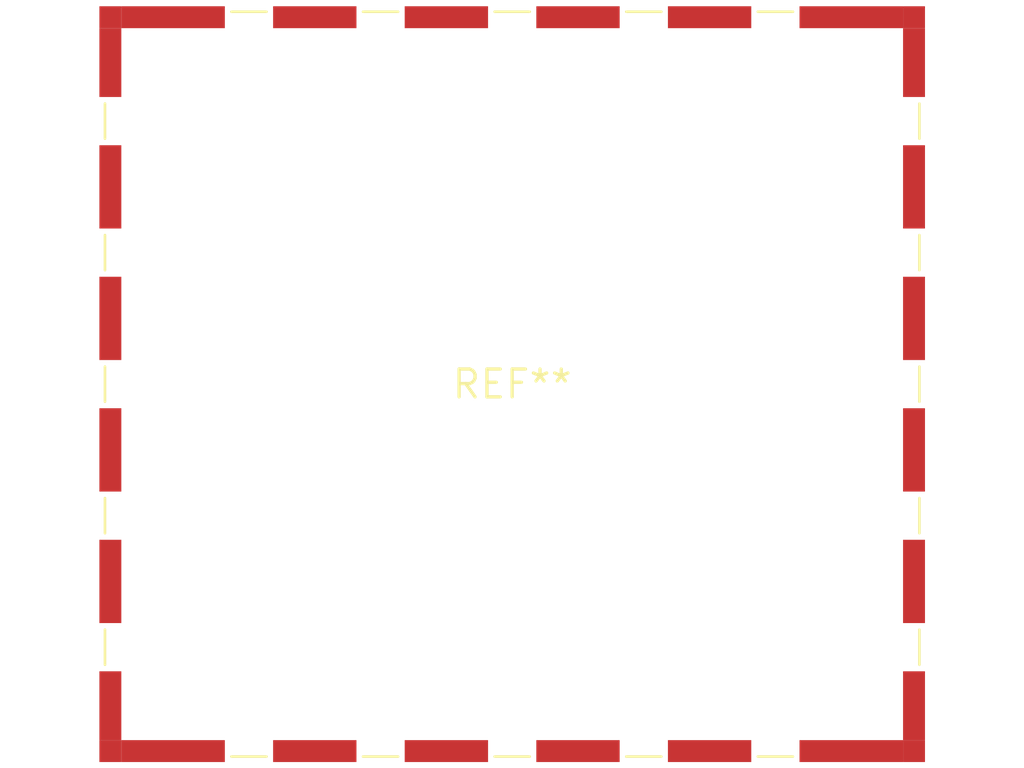
<source format=kicad_pcb>
(kicad_pcb (version 20240108) (generator pcbnew)
  (layers (0 "F.Cu" signal) (31 "B.Cu" signal) (34 "B.Paste" user) (35 "F.Paste" user) (36 "B.SilkS" user "B.Silkscreen") (37 "F.SilkS" user "F.Silkscreen") (38 "B.Mask" user) (39 "F.Mask" user) (44 "Edge.Cuts" user))
  (net 0 "")
  (footprint "Laird_Technologies_BMI-S-106_36.83x33.68mm" (layer "F.Cu") (at 0 0)
    (property "Reference" "REF**")
    (property "Value" "Laird_Technologies_BMI-S-106_36.83x33.68mm")
    (fp_line (start -18.565 -12.8) (end -18.565 -11.2) (layer "F.SilkS") (stroke (width 0.12)))
    (fp_line (start -18.565 -6.8) (end -18.565 -5.2) (layer "F.SilkS") (stroke (width 0.12)))
    (fp_line (start -18.565 -0.8) (end -18.565 0.8) (layer "F.SilkS") (stroke (width 0.12)))
    (fp_line (start -18.565 5.2) (end -18.565 6.8) (layer "F.SilkS") (stroke (width 0.12)))
    (fp_line (start -18.565 11.2) (end -18.565 12.8) (layer "F.SilkS") (stroke (width 0.12)))
    (fp_line (start -12.8 -16.99) (end -11.2 -16.99) (layer "F.SilkS") (stroke (width 0.12)))
    (fp_line (start -12.8 16.99) (end -11.2 16.99) (layer "F.SilkS") (stroke (width 0.12)))
    (fp_line (start -6.8 -16.99) (end -5.2 -16.99) (layer "F.SilkS") (stroke (width 0.12)))
    (fp_line (start -6.8 16.99) (end -5.2 16.99) (layer "F.SilkS") (stroke (width 0.12)))
    (fp_line (start -0.8 -16.99) (end 0.8 -16.99) (layer "F.SilkS") (stroke (width 0.12)))
    (fp_line (start -0.8 16.99) (end 0.8 16.99) (layer "F.SilkS") (stroke (width 0.12)))
    (fp_line (start 5.2 -16.99) (end 6.8 -16.99) (layer "F.SilkS") (stroke (width 0.12)))
    (fp_line (start 5.2 16.99) (end 6.8 16.99) (layer "F.SilkS") (stroke (width 0.12)))
    (fp_line (start 11.2 -16.99) (end 12.8 -16.99) (layer "F.SilkS") (stroke (width 0.12)))
    (fp_line (start 11.2 16.99) (end 12.8 16.99) (layer "F.SilkS") (stroke (width 0.12)))
    (fp_line (start 18.565 -12.8) (end 18.565 -11.2) (layer "F.SilkS") (stroke (width 0.12)))
    (fp_line (start 18.565 -6.8) (end 18.565 -5.2) (layer "F.SilkS") (stroke (width 0.12)))
    (fp_line (start 18.565 -0.8) (end 18.565 0.8) (layer "F.SilkS") (stroke (width 0.12)))
    (fp_line (start 18.565 5.2) (end 18.565 6.8) (layer "F.SilkS") (stroke (width 0.12)))
    (fp_line (start 18.565 11.2) (end 18.565 12.8) (layer "F.SilkS") (stroke (width 0.12)))
    (pad "1" smd rect (at -18.32 -16.74) (size 1 1) (layers "F.Cu" "F.Paste" "F.Mask"))
    (pad "1" smd rect (at -18.32 -14.67) (size 1 3.14) (layers "F.Cu" "F.Paste" "F.Mask"))
    (pad "1" smd rect (at -18.32 -9) (size 1 3.8) (layers "F.Cu" "F.Paste" "F.Mask"))
    (pad "1" smd rect (at -18.32 -3) (size 1 3.8) (layers "F.Cu" "F.Paste" "F.Mask"))
    (pad "1" smd rect (at -18.32 3) (size 1 3.8) (layers "F.Cu" "F.Paste" "F.Mask"))
    (pad "1" smd rect (at -18.32 9) (size 1 3.8) (layers "F.Cu" "F.Paste" "F.Mask"))
    (pad "1" smd rect (at -18.32 14.67) (size 1 3.14) (layers "F.Cu" "F.Paste" "F.Mask"))
    (pad "1" smd rect (at -18.32 16.74) (size 1 1) (layers "F.Cu" "F.Paste" "F.Mask"))
    (pad "1" smd rect (at -15.46 -16.74) (size 4.72 1) (layers "F.Cu" "F.Paste" "F.Mask"))
    (pad "1" smd rect (at -15.46 16.74) (size 4.72 1) (layers "F.Cu" "F.Paste" "F.Mask"))
    (pad "1" smd rect (at -9 -16.74) (size 3.8 1) (layers "F.Cu" "F.Paste" "F.Mask"))
    (pad "1" smd rect (at -9 16.74) (size 3.8 1) (layers "F.Cu" "F.Paste" "F.Mask"))
    (pad "1" smd rect (at -3 -16.74) (size 3.8 1) (layers "F.Cu" "F.Paste" "F.Mask"))
    (pad "1" smd rect (at -3 16.74) (size 3.8 1) (layers "F.Cu" "F.Paste" "F.Mask"))
    (pad "1" smd rect (at 3 -16.74) (size 3.8 1) (layers "F.Cu" "F.Paste" "F.Mask"))
    (pad "1" smd rect (at 3 16.74) (size 3.8 1) (layers "F.Cu" "F.Paste" "F.Mask"))
    (pad "1" smd rect (at 9 -16.74) (size 3.8 1) (layers "F.Cu" "F.Paste" "F.Mask"))
    (pad "1" smd rect (at 9 16.74) (size 3.8 1) (layers "F.Cu" "F.Paste" "F.Mask"))
    (pad "1" smd rect (at 15.46 -16.74) (size 4.72 1) (layers "F.Cu" "F.Paste" "F.Mask"))
    (pad "1" smd rect (at 15.46 16.74) (size 4.72 1) (layers "F.Cu" "F.Paste" "F.Mask"))
    (pad "1" smd rect (at 18.32 -16.74) (size 1 1) (layers "F.Cu" "F.Paste" "F.Mask"))
    (pad "1" smd rect (at 18.32 -14.67) (size 1 3.14) (layers "F.Cu" "F.Paste" "F.Mask"))
    (pad "1" smd rect (at 18.32 -9) (size 1 3.8) (layers "F.Cu" "F.Paste" "F.Mask"))
    (pad "1" smd rect (at 18.32 -3) (size 1 3.8) (layers "F.Cu" "F.Paste" "F.Mask"))
    (pad "1" smd rect (at 18.32 3) (size 1 3.8) (layers "F.Cu" "F.Paste" "F.Mask"))
    (pad "1" smd rect (at 18.32 9) (size 1 3.8) (layers "F.Cu" "F.Paste" "F.Mask"))
    (pad "1" smd rect (at 18.32 14.67) (size 1 3.14) (layers "F.Cu" "F.Paste" "F.Mask"))
    (pad "1" smd rect (at 18.32 16.74) (size 1 1) (layers "F.Cu" "F.Paste" "F.Mask"))
  )
)
</source>
